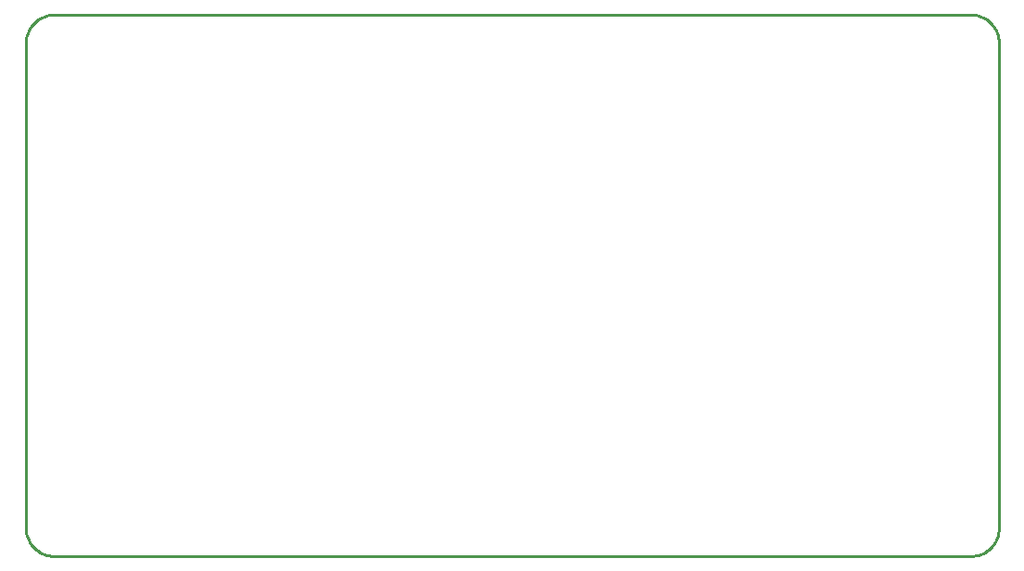
<source format=gbr>
G04 EAGLE Gerber RS-274X export*
G75*
%MOMM*%
%FSLAX34Y34*%
%LPD*%
%IN*%
%IPPOS*%
%AMOC8*
5,1,8,0,0,1.08239X$1,22.5*%
G01*
%ADD10C,0.000000*%
%ADD11C,0.254000*%


D10*
X0Y25400D02*
X7Y24786D01*
X30Y24173D01*
X67Y23560D01*
X119Y22949D01*
X185Y22338D01*
X267Y21730D01*
X363Y21124D01*
X473Y20520D01*
X598Y19919D01*
X738Y19321D01*
X892Y18727D01*
X1061Y18137D01*
X1243Y17551D01*
X1440Y16970D01*
X1651Y16393D01*
X1875Y15822D01*
X2113Y15256D01*
X2365Y14696D01*
X2631Y14143D01*
X2909Y13596D01*
X3201Y13056D01*
X3506Y12523D01*
X3824Y11998D01*
X4154Y11480D01*
X4496Y10971D01*
X4851Y10470D01*
X5218Y9978D01*
X5596Y9495D01*
X5986Y9021D01*
X6388Y8557D01*
X6800Y8102D01*
X7224Y7658D01*
X7658Y7224D01*
X8102Y6800D01*
X8557Y6388D01*
X9021Y5986D01*
X9495Y5596D01*
X9978Y5218D01*
X10470Y4851D01*
X10971Y4496D01*
X11480Y4154D01*
X11998Y3824D01*
X12523Y3506D01*
X13056Y3201D01*
X13596Y2909D01*
X14143Y2631D01*
X14696Y2365D01*
X15256Y2113D01*
X15822Y1875D01*
X16393Y1651D01*
X16970Y1440D01*
X17551Y1243D01*
X18137Y1061D01*
X18727Y892D01*
X19321Y738D01*
X19919Y598D01*
X20520Y473D01*
X21124Y363D01*
X21730Y267D01*
X22338Y185D01*
X22949Y119D01*
X23560Y67D01*
X24173Y30D01*
X24786Y7D01*
X25400Y0D01*
X863600Y0D01*
X864214Y7D01*
X864827Y30D01*
X865440Y67D01*
X866051Y119D01*
X866662Y185D01*
X867270Y267D01*
X867876Y363D01*
X868480Y473D01*
X869081Y598D01*
X869679Y738D01*
X870273Y892D01*
X870863Y1061D01*
X871449Y1243D01*
X872030Y1440D01*
X872607Y1651D01*
X873178Y1875D01*
X873744Y2113D01*
X874304Y2365D01*
X874857Y2631D01*
X875404Y2909D01*
X875944Y3201D01*
X876477Y3506D01*
X877002Y3824D01*
X877520Y4154D01*
X878029Y4496D01*
X878530Y4851D01*
X879022Y5218D01*
X879505Y5596D01*
X879979Y5986D01*
X880443Y6388D01*
X880898Y6800D01*
X881342Y7224D01*
X881776Y7658D01*
X882200Y8102D01*
X882612Y8557D01*
X883014Y9021D01*
X883404Y9495D01*
X883782Y9978D01*
X884149Y10470D01*
X884504Y10971D01*
X884846Y11480D01*
X885176Y11998D01*
X885494Y12523D01*
X885799Y13056D01*
X886091Y13596D01*
X886369Y14143D01*
X886635Y14696D01*
X886887Y15256D01*
X887125Y15822D01*
X887349Y16393D01*
X887560Y16970D01*
X887757Y17551D01*
X887939Y18137D01*
X888108Y18727D01*
X888262Y19321D01*
X888402Y19919D01*
X888527Y20520D01*
X888637Y21124D01*
X888733Y21730D01*
X888815Y22338D01*
X888881Y22949D01*
X888933Y23560D01*
X888970Y24173D01*
X888993Y24786D01*
X889000Y25400D01*
X889000Y469900D01*
X888993Y470514D01*
X888970Y471127D01*
X888933Y471740D01*
X888881Y472351D01*
X888815Y472962D01*
X888733Y473570D01*
X888637Y474176D01*
X888527Y474780D01*
X888402Y475381D01*
X888262Y475979D01*
X888108Y476573D01*
X887939Y477163D01*
X887757Y477749D01*
X887560Y478330D01*
X887349Y478907D01*
X887125Y479478D01*
X886887Y480044D01*
X886635Y480604D01*
X886369Y481157D01*
X886091Y481704D01*
X885799Y482244D01*
X885494Y482777D01*
X885176Y483302D01*
X884846Y483820D01*
X884504Y484329D01*
X884149Y484830D01*
X883782Y485322D01*
X883404Y485805D01*
X883014Y486279D01*
X882612Y486743D01*
X882200Y487198D01*
X881776Y487642D01*
X881342Y488076D01*
X880898Y488500D01*
X880443Y488912D01*
X879979Y489314D01*
X879505Y489704D01*
X879022Y490082D01*
X878530Y490449D01*
X878029Y490804D01*
X877520Y491146D01*
X877002Y491476D01*
X876477Y491794D01*
X875944Y492099D01*
X875404Y492391D01*
X874857Y492669D01*
X874304Y492935D01*
X873744Y493187D01*
X873178Y493425D01*
X872607Y493649D01*
X872030Y493860D01*
X871449Y494057D01*
X870863Y494239D01*
X870273Y494408D01*
X869679Y494562D01*
X869081Y494702D01*
X868480Y494827D01*
X867876Y494937D01*
X867270Y495033D01*
X866662Y495115D01*
X866051Y495181D01*
X865440Y495233D01*
X864827Y495270D01*
X864214Y495293D01*
X863600Y495300D01*
X25400Y495300D01*
X24786Y495293D01*
X24173Y495270D01*
X23560Y495233D01*
X22949Y495181D01*
X22338Y495115D01*
X21730Y495033D01*
X21124Y494937D01*
X20520Y494827D01*
X19919Y494702D01*
X19321Y494562D01*
X18727Y494408D01*
X18137Y494239D01*
X17551Y494057D01*
X16970Y493860D01*
X16393Y493649D01*
X15822Y493425D01*
X15256Y493187D01*
X14696Y492935D01*
X14143Y492669D01*
X13596Y492391D01*
X13056Y492099D01*
X12523Y491794D01*
X11998Y491476D01*
X11480Y491146D01*
X10971Y490804D01*
X10470Y490449D01*
X9978Y490082D01*
X9495Y489704D01*
X9021Y489314D01*
X8557Y488912D01*
X8102Y488500D01*
X7658Y488076D01*
X7224Y487642D01*
X6800Y487198D01*
X6388Y486743D01*
X5986Y486279D01*
X5596Y485805D01*
X5218Y485322D01*
X4851Y484830D01*
X4496Y484329D01*
X4154Y483820D01*
X3824Y483302D01*
X3506Y482777D01*
X3201Y482244D01*
X2909Y481704D01*
X2631Y481157D01*
X2365Y480604D01*
X2113Y480044D01*
X1875Y479478D01*
X1651Y478907D01*
X1440Y478330D01*
X1243Y477749D01*
X1061Y477163D01*
X892Y476573D01*
X738Y475979D01*
X598Y475381D01*
X473Y474780D01*
X363Y474176D01*
X267Y473570D01*
X185Y472962D01*
X119Y472351D01*
X67Y471740D01*
X30Y471127D01*
X7Y470514D01*
X0Y469900D01*
X0Y25400D01*
D11*
X0Y25400D02*
X97Y23186D01*
X386Y20989D01*
X865Y18826D01*
X1532Y16713D01*
X2380Y14666D01*
X3403Y12700D01*
X4594Y10831D01*
X5942Y9073D01*
X7440Y7440D01*
X9073Y5942D01*
X10831Y4594D01*
X12700Y3403D01*
X14666Y2380D01*
X16713Y1532D01*
X18826Y865D01*
X20989Y386D01*
X23186Y97D01*
X25400Y0D01*
X863600Y0D01*
X865814Y97D01*
X868011Y386D01*
X870174Y865D01*
X872287Y1532D01*
X874335Y2380D01*
X876300Y3403D01*
X878169Y4594D01*
X879927Y5942D01*
X881561Y7440D01*
X883058Y9073D01*
X884406Y10831D01*
X885597Y12700D01*
X886620Y14666D01*
X887468Y16713D01*
X888135Y18826D01*
X888614Y20989D01*
X888903Y23186D01*
X889000Y25400D01*
X889000Y469900D01*
X888903Y472114D01*
X888614Y474311D01*
X888135Y476474D01*
X887468Y478587D01*
X886620Y480635D01*
X885597Y482600D01*
X884406Y484469D01*
X883058Y486227D01*
X881561Y487861D01*
X879927Y489358D01*
X878169Y490706D01*
X876300Y491897D01*
X874335Y492920D01*
X872287Y493768D01*
X870174Y494435D01*
X868011Y494914D01*
X865814Y495203D01*
X863600Y495300D01*
X25400Y495300D01*
X23186Y495203D01*
X20989Y494914D01*
X18826Y494435D01*
X16713Y493768D01*
X14666Y492920D01*
X12700Y491897D01*
X10831Y490706D01*
X9073Y489358D01*
X7440Y487861D01*
X5942Y486227D01*
X4594Y484469D01*
X3403Y482600D01*
X2380Y480635D01*
X1532Y478587D01*
X865Y476474D01*
X386Y474311D01*
X97Y472114D01*
X0Y469900D01*
X0Y25400D01*
M02*

</source>
